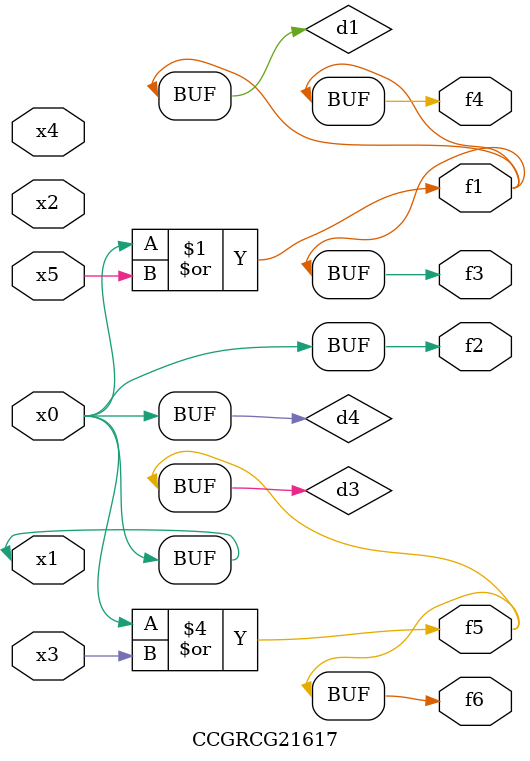
<source format=v>
module CCGRCG21617(
	input x0, x1, x2, x3, x4, x5,
	output f1, f2, f3, f4, f5, f6
);

	wire d1, d2, d3, d4;

	or (d1, x0, x5);
	xnor (d2, x1, x4);
	or (d3, x0, x3);
	buf (d4, x0, x1);
	assign f1 = d1;
	assign f2 = d4;
	assign f3 = d1;
	assign f4 = d1;
	assign f5 = d3;
	assign f6 = d3;
endmodule

</source>
